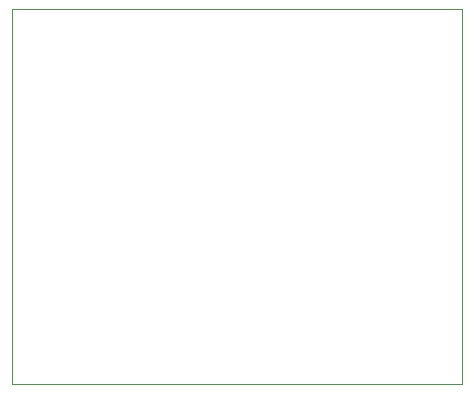
<source format=gbr>
%TF.GenerationSoftware,KiCad,Pcbnew,(6.0.1-0)*%
%TF.CreationDate,2023-07-04T07:11:00-04:00*%
%TF.ProjectId,Active Twin T,41637469-7665-4205-9477-696e20542e6b,rev?*%
%TF.SameCoordinates,Original*%
%TF.FileFunction,Profile,NP*%
%FSLAX46Y46*%
G04 Gerber Fmt 4.6, Leading zero omitted, Abs format (unit mm)*
G04 Created by KiCad (PCBNEW (6.0.1-0)) date 2023-07-04 07:11:00*
%MOMM*%
%LPD*%
G01*
G04 APERTURE LIST*
%TA.AperFunction,Profile*%
%ADD10C,0.050000*%
%TD*%
G04 APERTURE END LIST*
D10*
X120269000Y-106426000D02*
X158369000Y-106426000D01*
X158369000Y-106426000D02*
X158369000Y-138176000D01*
X158369000Y-138176000D02*
X120269000Y-138176000D01*
X120269000Y-138176000D02*
X120269000Y-106426000D01*
M02*

</source>
